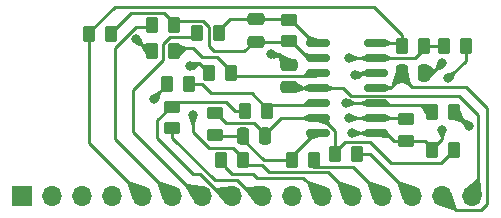
<source format=gtl>
G04 #@! TF.GenerationSoftware,KiCad,Pcbnew,8.0.4*
G04 #@! TF.CreationDate,2024-08-16T15:34:14+02:00*
G04 #@! TF.ProjectId,AT8,4154382e-6b69-4636-9164-5f7063625858,00*
G04 #@! TF.SameCoordinates,Original*
G04 #@! TF.FileFunction,Copper,L1,Top*
G04 #@! TF.FilePolarity,Positive*
%FSLAX46Y46*%
G04 Gerber Fmt 4.6, Leading zero omitted, Abs format (unit mm)*
G04 Created by KiCad (PCBNEW 8.0.4) date 2024-08-16 15:34:14*
%MOMM*%
%LPD*%
G01*
G04 APERTURE LIST*
G04 Aperture macros list*
%AMRoundRect*
0 Rectangle with rounded corners*
0 $1 Rounding radius*
0 $2 $3 $4 $5 $6 $7 $8 $9 X,Y pos of 4 corners*
0 Add a 4 corners polygon primitive as box body*
4,1,4,$2,$3,$4,$5,$6,$7,$8,$9,$2,$3,0*
0 Add four circle primitives for the rounded corners*
1,1,$1+$1,$2,$3*
1,1,$1+$1,$4,$5*
1,1,$1+$1,$6,$7*
1,1,$1+$1,$8,$9*
0 Add four rect primitives between the rounded corners*
20,1,$1+$1,$2,$3,$4,$5,0*
20,1,$1+$1,$4,$5,$6,$7,0*
20,1,$1+$1,$6,$7,$8,$9,0*
20,1,$1+$1,$8,$9,$2,$3,0*%
G04 Aperture macros list end*
G04 #@! TA.AperFunction,ComponentPad*
%ADD10O,1.700000X1.700000*%
G04 #@! TD*
G04 #@! TA.AperFunction,ComponentPad*
%ADD11R,1.700000X1.700000*%
G04 #@! TD*
G04 #@! TA.AperFunction,SMDPad,CuDef*
%ADD12RoundRect,0.250000X-0.450000X0.262500X-0.450000X-0.262500X0.450000X-0.262500X0.450000X0.262500X0*%
G04 #@! TD*
G04 #@! TA.AperFunction,SMDPad,CuDef*
%ADD13RoundRect,0.250000X-0.250000X-0.475000X0.250000X-0.475000X0.250000X0.475000X-0.250000X0.475000X0*%
G04 #@! TD*
G04 #@! TA.AperFunction,SMDPad,CuDef*
%ADD14RoundRect,0.250000X0.262500X0.450000X-0.262500X0.450000X-0.262500X-0.450000X0.262500X-0.450000X0*%
G04 #@! TD*
G04 #@! TA.AperFunction,SMDPad,CuDef*
%ADD15RoundRect,0.250000X-0.262500X-0.450000X0.262500X-0.450000X0.262500X0.450000X-0.262500X0.450000X0*%
G04 #@! TD*
G04 #@! TA.AperFunction,SMDPad,CuDef*
%ADD16RoundRect,0.250000X0.250000X0.475000X-0.250000X0.475000X-0.250000X-0.475000X0.250000X-0.475000X0*%
G04 #@! TD*
G04 #@! TA.AperFunction,SMDPad,CuDef*
%ADD17RoundRect,0.250000X0.450000X-0.262500X0.450000X0.262500X-0.450000X0.262500X-0.450000X-0.262500X0*%
G04 #@! TD*
G04 #@! TA.AperFunction,SMDPad,CuDef*
%ADD18RoundRect,0.150000X-0.825000X-0.150000X0.825000X-0.150000X0.825000X0.150000X-0.825000X0.150000X0*%
G04 #@! TD*
G04 #@! TA.AperFunction,SMDPad,CuDef*
%ADD19RoundRect,0.250000X0.475000X-0.250000X0.475000X0.250000X-0.475000X0.250000X-0.475000X-0.250000X0*%
G04 #@! TD*
G04 #@! TA.AperFunction,ViaPad*
%ADD20C,0.800000*%
G04 #@! TD*
G04 #@! TA.AperFunction,Conductor*
%ADD21C,0.254000*%
G04 #@! TD*
G04 APERTURE END LIST*
D10*
X54330000Y-29972000D03*
X51790000Y-29972000D03*
X49250000Y-29972000D03*
X46710000Y-29972000D03*
X44170000Y-29972000D03*
X41630000Y-29972000D03*
X39090000Y-29972000D03*
X36550000Y-29972000D03*
X34010000Y-29972000D03*
X31470000Y-29972000D03*
X28930000Y-29972000D03*
X26390000Y-29972000D03*
X23850000Y-29972000D03*
X21310000Y-29972000D03*
X18770000Y-29972000D03*
D11*
X16230000Y-29972000D03*
D12*
X48742000Y-23471500D03*
X48742000Y-25296500D03*
D13*
X48403500Y-19558000D03*
X50303500Y-19558000D03*
D14*
X50266000Y-17272000D03*
X48441000Y-17272000D03*
X53822000Y-17272000D03*
X51997000Y-17272000D03*
D15*
X21921500Y-16256000D03*
X23746500Y-16256000D03*
D16*
X36841500Y-24892000D03*
X34941500Y-24892000D03*
D15*
X27255500Y-15494000D03*
X29080500Y-15494000D03*
D17*
X38862000Y-16848500D03*
X38862000Y-15023500D03*
D18*
X41290500Y-17018000D03*
X41290500Y-18288000D03*
X41290500Y-19558000D03*
X41290500Y-20828000D03*
X41290500Y-22098000D03*
X41290500Y-23368000D03*
X41290500Y-24638000D03*
X46240500Y-24638000D03*
X46240500Y-23368000D03*
X46240500Y-22098000D03*
X46240500Y-20828000D03*
X46240500Y-19558000D03*
X46240500Y-18288000D03*
X46240500Y-17018000D03*
D15*
X28551500Y-20508000D03*
X30376500Y-20508000D03*
D14*
X36954500Y-22733000D03*
X35129500Y-22733000D03*
X52806000Y-22860000D03*
X50981000Y-22860000D03*
X32890500Y-16190000D03*
X31065500Y-16190000D03*
D15*
X27281500Y-17714000D03*
X29106500Y-17714000D03*
X39090000Y-26924000D03*
X40915000Y-26924000D03*
X33097500Y-26924000D03*
X34922500Y-26924000D03*
X50981000Y-26096000D03*
X52806000Y-26096000D03*
D12*
X32613000Y-22963500D03*
X32613000Y-24788500D03*
D19*
X36042000Y-16886000D03*
X36042000Y-14986000D03*
D14*
X44574500Y-26416000D03*
X42749500Y-26416000D03*
D12*
X28956000Y-22389500D03*
X28956000Y-24214500D03*
D19*
X38862000Y-20762000D03*
X38862000Y-18862000D03*
D14*
X33906500Y-19558000D03*
X32081500Y-19558000D03*
D20*
X51816000Y-18730000D03*
X37338000Y-17968000D03*
X44450000Y-19746000D03*
X27432000Y-21778000D03*
X25914067Y-16704067D03*
X54102000Y-24064000D03*
X43662000Y-22098000D03*
X51790000Y-24384000D03*
X44170000Y-24638000D03*
X52324000Y-20000000D03*
X43929000Y-18275000D03*
X43916000Y-23368000D03*
X30708000Y-23114000D03*
X30480000Y-18984000D03*
D21*
X34941500Y-24892000D02*
X32589500Y-24892000D01*
X34941500Y-25184750D02*
X36680750Y-26924000D01*
X36680750Y-26924000D02*
X38796000Y-26924000D01*
X38796000Y-26924000D02*
X41082000Y-24638000D01*
X32051000Y-15640072D02*
X31573928Y-15163000D01*
X25440250Y-14467000D02*
X23746500Y-16160750D01*
X28249000Y-14467000D02*
X25440250Y-14467000D01*
X31573928Y-15163000D02*
X29221000Y-15163000D01*
X32051000Y-17253000D02*
X32051000Y-15640072D01*
X40452000Y-18288000D02*
X39116000Y-16952000D01*
X38824500Y-16886000D02*
X36042000Y-16886000D01*
X29080500Y-15298500D02*
X28249000Y-14467000D01*
X35052000Y-17714000D02*
X32512000Y-17714000D01*
X35880000Y-16886000D02*
X35052000Y-17714000D01*
X32512000Y-17714000D02*
X32051000Y-17253000D01*
X32935500Y-23217500D02*
X33528000Y-23810000D01*
X45683000Y-25389000D02*
X43577750Y-25389000D01*
X47472000Y-27178000D02*
X45683000Y-25389000D01*
X51750000Y-27178000D02*
X47472000Y-27178000D01*
X36841500Y-24726250D02*
X38199750Y-23368000D01*
X43577750Y-25389000D02*
X42749500Y-26217250D01*
X42749500Y-24443264D02*
X41674236Y-23368000D01*
X42749500Y-26416000D02*
X42749500Y-24443264D01*
X35913750Y-23810000D02*
X36841500Y-24737750D01*
X52512000Y-26416000D02*
X51750000Y-27178000D01*
X33528000Y-23810000D02*
X35913750Y-23810000D01*
X38199750Y-23368000D02*
X41290500Y-23368000D01*
X36042000Y-14986000D02*
X33840500Y-14986000D01*
X33840500Y-14986000D02*
X32890500Y-15936000D01*
X40960000Y-17018000D02*
X39296000Y-15354000D01*
X38420000Y-14986000D02*
X36042000Y-14986000D01*
X55634000Y-22548000D02*
X53848000Y-20762000D01*
X53848000Y-20762000D02*
X49276000Y-20762000D01*
X47432000Y-20828000D02*
X48403500Y-19856500D01*
X52994000Y-31176000D02*
X55110000Y-31176000D01*
X55634000Y-30652000D02*
X55634000Y-22548000D01*
X49276000Y-20762000D02*
X48403500Y-19889500D01*
X46240500Y-20828000D02*
X47432000Y-20828000D01*
X51790000Y-29972000D02*
X52994000Y-31176000D01*
X55110000Y-31176000D02*
X55634000Y-30652000D01*
X50988000Y-19558000D02*
X50303500Y-19558000D01*
X26846500Y-17636500D02*
X27509500Y-17636500D01*
X27432000Y-21778000D02*
X27432000Y-21627500D01*
X54102000Y-24064000D02*
X54010000Y-24064000D01*
X37968000Y-17968000D02*
X37338000Y-17968000D01*
X38862000Y-18862000D02*
X37968000Y-17968000D01*
X54010000Y-24064000D02*
X52806000Y-22860000D01*
X51816000Y-18730000D02*
X50988000Y-19558000D01*
X27432000Y-21627500D02*
X28551500Y-20508000D01*
X25914067Y-16704067D02*
X26846500Y-17636500D01*
X44450000Y-19746000D02*
X44638000Y-19558000D01*
X44638000Y-19558000D02*
X46240500Y-19558000D01*
X54330000Y-29972000D02*
X54864000Y-29438000D01*
X44051000Y-21471000D02*
X43408000Y-20828000D01*
X54864000Y-29438000D02*
X54864000Y-23140000D01*
X41290500Y-20828000D02*
X39278000Y-20828000D01*
X43408000Y-20828000D02*
X41290500Y-20828000D01*
X54864000Y-23140000D02*
X53195000Y-21471000D01*
X53195000Y-21471000D02*
X44051000Y-21471000D01*
X46240500Y-22098000D02*
X43662000Y-22098000D01*
X46428500Y-22286000D02*
X46240500Y-22098000D01*
X50407000Y-22286000D02*
X46428500Y-22286000D01*
X50981000Y-22860000D02*
X50407000Y-22286000D01*
X32551914Y-28636000D02*
X28956000Y-25040086D01*
X34457020Y-28636000D02*
X32551914Y-28636000D01*
X35793020Y-29972000D02*
X34457020Y-28636000D01*
X28956000Y-25040086D02*
X28956000Y-24214500D01*
X36550000Y-29972000D02*
X35793020Y-29972000D01*
X50981000Y-25932500D02*
X50345000Y-25296500D01*
X48742000Y-25296500D02*
X47714500Y-25296500D01*
X51816000Y-25170500D02*
X51816000Y-24410000D01*
X51816000Y-24410000D02*
X51790000Y-24384000D01*
X50345000Y-25296500D02*
X48742000Y-25296500D01*
X50981000Y-26005500D02*
X51816000Y-25170500D01*
X47714500Y-25296500D02*
X47056000Y-24638000D01*
X52324000Y-20000000D02*
X53822000Y-18502000D01*
X53822000Y-18502000D02*
X53822000Y-17272000D01*
X46240500Y-24638000D02*
X44170000Y-24638000D01*
X45694000Y-26416000D02*
X44574500Y-26416000D01*
X49250000Y-29972000D02*
X45694000Y-26416000D01*
X28930000Y-29972000D02*
X24130000Y-25172000D01*
X24130000Y-17460000D02*
X25913750Y-15676250D01*
X24130000Y-25172000D02*
X24130000Y-17460000D01*
X25913750Y-15676250D02*
X27255500Y-15676250D01*
X49473000Y-18299000D02*
X50266000Y-17506000D01*
X43942000Y-18288000D02*
X46240500Y-18288000D01*
X50266000Y-17272000D02*
X51997000Y-17272000D01*
X43929000Y-18275000D02*
X43942000Y-18288000D01*
X46251500Y-18299000D02*
X49473000Y-18299000D01*
X46240500Y-23368000D02*
X48638500Y-23368000D01*
X46240500Y-23368000D02*
X43916000Y-23368000D01*
X25654000Y-24537000D02*
X31089000Y-29972000D01*
X25654000Y-21016000D02*
X25654000Y-24537000D01*
X28194000Y-17091072D02*
X28194000Y-18476000D01*
X30734500Y-16521000D02*
X28764072Y-16521000D01*
X28194000Y-18476000D02*
X25654000Y-21016000D01*
X28764072Y-16521000D02*
X28194000Y-17091072D01*
X34041750Y-28128000D02*
X35814000Y-28128000D01*
X36091000Y-28405000D02*
X40063000Y-28405000D01*
X40063000Y-28405000D02*
X41630000Y-29972000D01*
X33387072Y-27473322D02*
X34041750Y-28128000D01*
X35814000Y-28128000D02*
X36091000Y-28405000D01*
X31290530Y-28128000D02*
X30734000Y-28128000D01*
X30734000Y-28128000D02*
X27686000Y-25080000D01*
X34229000Y-22733000D02*
X33528000Y-22032000D01*
X27686000Y-25080000D02*
X27686000Y-23556000D01*
X33134530Y-29972000D02*
X31290530Y-28128000D01*
X27686000Y-23556000D02*
X28598500Y-22643500D01*
X35129500Y-22733000D02*
X34229000Y-22733000D01*
X33528000Y-22032000D02*
X29106500Y-22032000D01*
X33471448Y-29972000D02*
X33134530Y-29972000D01*
X46028000Y-13958000D02*
X24076000Y-13958000D01*
X48441000Y-16971000D02*
X48441000Y-16371000D01*
X21921500Y-25503500D02*
X26390000Y-29972000D01*
X46028000Y-13958000D02*
X48441000Y-16371000D01*
X48187000Y-17018000D02*
X46240500Y-17018000D01*
X24076000Y-13958000D02*
X22175500Y-15858500D01*
X21921500Y-15858500D02*
X21921500Y-25503500D01*
X41036500Y-19812000D02*
X34160500Y-19812000D01*
X32766000Y-18222000D02*
X33906500Y-19362500D01*
X31496000Y-18222000D02*
X32766000Y-18222000D01*
X41290500Y-19558000D02*
X41036500Y-19812000D01*
X29400500Y-17460000D02*
X30734000Y-17460000D01*
X30734000Y-17460000D02*
X31496000Y-18222000D01*
X32258000Y-21270000D02*
X35669875Y-21270000D01*
X37401500Y-22286000D02*
X36954500Y-22733000D01*
X31496000Y-20508000D02*
X32258000Y-21270000D01*
X41102500Y-22286000D02*
X37401500Y-22286000D01*
X30376500Y-20508000D02*
X31496000Y-20508000D01*
X41290500Y-22098000D02*
X41102500Y-22286000D01*
X35669875Y-21270000D02*
X36844625Y-22444750D01*
X40894000Y-27497000D02*
X44235000Y-27497000D01*
X44235000Y-27497000D02*
X46710000Y-29972000D01*
X31253500Y-18730000D02*
X32081500Y-19558000D01*
X30708000Y-23114000D02*
X30708000Y-24546000D01*
X34091000Y-25897000D02*
X34922500Y-26728500D01*
X32059000Y-25897000D02*
X34091000Y-25897000D01*
X35376500Y-27378000D02*
X34922500Y-26924000D01*
X37161000Y-27951000D02*
X36588000Y-27378000D01*
X30480000Y-18984000D02*
X30734000Y-18730000D01*
X44170000Y-29972000D02*
X42149000Y-27951000D01*
X42149000Y-27951000D02*
X37161000Y-27951000D01*
X30708000Y-24546000D02*
X32059000Y-25897000D01*
X30734000Y-18730000D02*
X31253500Y-18730000D01*
X36588000Y-27378000D02*
X35376500Y-27378000D01*
G04 #@! TA.AperFunction,Conductor*
G36*
X41289064Y-24641512D02*
G01*
X41294674Y-24648295D01*
X41382768Y-24927788D01*
X41381987Y-24936708D01*
X41376100Y-24942109D01*
X40666899Y-25236929D01*
X40657944Y-25236940D01*
X40654135Y-25234398D01*
X40481264Y-25061527D01*
X40479256Y-25058838D01*
X40402911Y-24918282D01*
X40401973Y-24909377D01*
X40407608Y-24902417D01*
X40409828Y-24901492D01*
X41280157Y-24640605D01*
X41289064Y-24641512D01*
G37*
G04 #@! TD.AperFunction*
G04 #@! TA.AperFunction,Conductor*
G36*
X40198819Y-17850252D02*
G01*
X41320224Y-17986568D01*
X41328023Y-17990969D01*
X41330427Y-17999595D01*
X41330406Y-17999756D01*
X41292544Y-18278846D01*
X41288036Y-18286583D01*
X41281259Y-18288969D01*
X40320330Y-18314332D01*
X40311986Y-18311140D01*
X40288521Y-18288969D01*
X40022313Y-18037436D01*
X40018654Y-18029265D01*
X40021845Y-18020898D01*
X40022043Y-18020694D01*
X40189142Y-17853594D01*
X40197414Y-17850168D01*
X40198819Y-17850252D01*
G37*
G04 #@! TD.AperFunction*
G04 #@! TA.AperFunction,Conductor*
G36*
X42246118Y-23571689D02*
G01*
X42253493Y-23576770D01*
X42255315Y-23581966D01*
X42275617Y-23784812D01*
X42273031Y-23793385D01*
X42272248Y-23794250D01*
X42101718Y-23964780D01*
X42093445Y-23968207D01*
X42089668Y-23967581D01*
X41221581Y-23671509D01*
X41214857Y-23665595D01*
X41214037Y-23657480D01*
X41286967Y-23378115D01*
X41292372Y-23370978D01*
X41300732Y-23369631D01*
X42246118Y-23571689D01*
G37*
G04 #@! TD.AperFunction*
G04 #@! TA.AperFunction,Conductor*
G36*
X40926717Y-23248836D02*
G01*
X41257453Y-23356878D01*
X41264253Y-23362705D01*
X41264942Y-23371633D01*
X41259115Y-23378433D01*
X41257453Y-23379122D01*
X40412194Y-23655243D01*
X40404108Y-23654940D01*
X40022747Y-23497982D01*
X40016401Y-23491665D01*
X40015500Y-23487163D01*
X40015500Y-23248836D01*
X40018927Y-23240563D01*
X40022745Y-23238017D01*
X40404110Y-23081058D01*
X40412192Y-23080756D01*
X40926717Y-23248836D01*
G37*
G04 #@! TD.AperFunction*
G04 #@! TA.AperFunction,Conductor*
G36*
X40544659Y-16418588D02*
G01*
X40552229Y-16421321D01*
X41363915Y-16714324D01*
X41370533Y-16720356D01*
X41371221Y-16728438D01*
X41294211Y-17007808D01*
X41288709Y-17014873D01*
X41280212Y-17016078D01*
X40349695Y-16793640D01*
X40342445Y-16788384D01*
X40340766Y-16781175D01*
X40345685Y-16728438D01*
X40357674Y-16599872D01*
X40361049Y-16592687D01*
X40532416Y-16421320D01*
X40540688Y-16417894D01*
X40544659Y-16418588D01*
G37*
G04 #@! TD.AperFunction*
G04 #@! TA.AperFunction,Conductor*
G36*
X47914808Y-19402105D02*
G01*
X48397134Y-19555050D01*
X48403983Y-19560817D01*
X48405192Y-19564649D01*
X48500335Y-20274969D01*
X48498037Y-20283624D01*
X48494273Y-20286831D01*
X47764692Y-20678460D01*
X47755781Y-20679353D01*
X47750885Y-20676424D01*
X47582344Y-20507883D01*
X47578917Y-20499610D01*
X47579394Y-20496305D01*
X47900120Y-19409966D01*
X47905749Y-19403003D01*
X47914654Y-19402059D01*
X47914808Y-19402105D01*
G37*
G04 #@! TD.AperFunction*
G04 #@! TA.AperFunction,Conductor*
G36*
X48900899Y-19408084D02*
G01*
X48906602Y-19414989D01*
X48906696Y-19415314D01*
X49207982Y-20509620D01*
X49206874Y-20518506D01*
X49204975Y-20520999D01*
X49036448Y-20689526D01*
X49028175Y-20692953D01*
X49022457Y-20691460D01*
X48300410Y-20286953D01*
X48294867Y-20279920D01*
X48294559Y-20275001D01*
X48401695Y-19564571D01*
X48406316Y-19556905D01*
X48409827Y-19555135D01*
X48891987Y-19407234D01*
X48900899Y-19408084D01*
G37*
G04 #@! TD.AperFunction*
G04 #@! TA.AperFunction,Conductor*
G36*
X47127211Y-20541580D02*
G01*
X47399552Y-20678307D01*
X47402576Y-20680490D01*
X47569834Y-20847748D01*
X47573261Y-20856021D01*
X47569834Y-20864294D01*
X47567205Y-20866270D01*
X47174939Y-21082299D01*
X47166194Y-21083332D01*
X46277271Y-20839008D01*
X46270202Y-20833511D01*
X46269090Y-20824625D01*
X46274587Y-20817556D01*
X46276728Y-20816607D01*
X47118323Y-20540918D01*
X47127211Y-20541580D01*
G37*
G04 #@! TD.AperFunction*
G04 #@! TA.AperFunction,Conductor*
G36*
X52572851Y-29651436D02*
G01*
X52579176Y-29657775D01*
X52579397Y-29658352D01*
X53079434Y-31077328D01*
X53078952Y-31086270D01*
X53076672Y-31089490D01*
X52907490Y-31258672D01*
X52899217Y-31262099D01*
X52895328Y-31261434D01*
X51476352Y-30761397D01*
X51469688Y-30755415D01*
X51469206Y-30746473D01*
X51469427Y-30745896D01*
X51787438Y-29975783D01*
X51793759Y-29969448D01*
X52563896Y-29651427D01*
X52572851Y-29651436D01*
G37*
G04 #@! TD.AperFunction*
G04 #@! TA.AperFunction,Conductor*
G36*
X50757736Y-18941422D02*
G01*
X50758430Y-18941958D01*
X51120887Y-19244770D01*
X51121659Y-19245476D01*
X51292845Y-19416662D01*
X51296272Y-19424935D01*
X51293070Y-19432977D01*
X50810818Y-19942556D01*
X50802642Y-19946210D01*
X50795112Y-19943730D01*
X50311613Y-19565605D01*
X50307208Y-19557809D01*
X50309297Y-19549593D01*
X50741417Y-18944147D01*
X50749011Y-18939405D01*
X50757736Y-18941422D01*
G37*
G04 #@! TD.AperFunction*
G04 #@! TA.AperFunction,Conductor*
G36*
X37501232Y-17604481D02*
G01*
X37502613Y-17605167D01*
X37732591Y-17739067D01*
X38164882Y-17990762D01*
X38170307Y-17997886D01*
X38169106Y-18006760D01*
X38167268Y-18009146D01*
X38000432Y-18175982D01*
X37995669Y-18178870D01*
X37501282Y-18334341D01*
X37492362Y-18333554D01*
X37486968Y-18327669D01*
X37339159Y-17971788D01*
X37339151Y-17962836D01*
X37485933Y-17610775D01*
X37492278Y-17604460D01*
X37501232Y-17604481D01*
G37*
G04 #@! TD.AperFunction*
G04 #@! TA.AperFunction,Conductor*
G36*
X38109778Y-17926146D02*
G01*
X39058826Y-18357329D01*
X39064940Y-18363871D01*
X39064803Y-18372440D01*
X38865775Y-18855263D01*
X38859454Y-18861606D01*
X38854658Y-18862500D01*
X38145564Y-18844325D01*
X38137382Y-18840687D01*
X38134623Y-18835875D01*
X37924709Y-18109032D01*
X37925706Y-18100133D01*
X37927673Y-18097517D01*
X38096666Y-17928524D01*
X38104938Y-17925098D01*
X38109778Y-17926146D01*
G37*
G04 #@! TD.AperFunction*
G04 #@! TA.AperFunction,Conductor*
G36*
X53316955Y-22652059D02*
G01*
X53323139Y-22658081D01*
X53757032Y-23627365D01*
X53757284Y-23636316D01*
X53754626Y-23640418D01*
X53585754Y-23809290D01*
X53577481Y-23812717D01*
X53573934Y-23812166D01*
X52789666Y-23562688D01*
X52782821Y-23556915D01*
X52781520Y-23551139D01*
X52805034Y-22866829D01*
X52808742Y-22858682D01*
X52812263Y-22856419D01*
X53308001Y-22652044D01*
X53316955Y-22652059D01*
G37*
G04 #@! TD.AperFunction*
G04 #@! TA.AperFunction,Conductor*
G36*
X53596186Y-23466060D02*
G01*
X54129731Y-23651001D01*
X54243372Y-23690392D01*
X54250066Y-23696340D01*
X54250595Y-23705279D01*
X54250360Y-23705899D01*
X54104563Y-24060195D01*
X54098245Y-24066542D01*
X54098195Y-24066563D01*
X53742021Y-24213133D01*
X53733067Y-24213112D01*
X53727372Y-24208049D01*
X53624357Y-24024923D01*
X53414011Y-23650999D01*
X53412942Y-23642111D01*
X53415934Y-23636994D01*
X53584086Y-23468842D01*
X53592358Y-23465416D01*
X53596186Y-23466060D01*
G37*
G04 #@! TD.AperFunction*
G04 #@! TA.AperFunction,Conductor*
G36*
X51456880Y-18581219D02*
G01*
X51812195Y-18727436D01*
X51818542Y-18733754D01*
X51818563Y-18733804D01*
X51964779Y-19089118D01*
X51964758Y-19098072D01*
X51958801Y-19104221D01*
X51347498Y-19382132D01*
X51338549Y-19382436D01*
X51334383Y-19379754D01*
X51166245Y-19211616D01*
X51162818Y-19203343D01*
X51163866Y-19198505D01*
X51441779Y-18587197D01*
X51448322Y-18581085D01*
X51456880Y-18581219D01*
G37*
G04 #@! TD.AperFunction*
G04 #@! TA.AperFunction,Conductor*
G36*
X27824331Y-21068896D02*
G01*
X27992411Y-21236976D01*
X27995838Y-21245249D01*
X27995393Y-21248445D01*
X27805133Y-21918459D01*
X27799577Y-21925481D01*
X27790682Y-21926518D01*
X27789426Y-21926083D01*
X27435804Y-21780563D01*
X27429457Y-21774245D01*
X27429436Y-21774195D01*
X27282639Y-21417468D01*
X27282660Y-21408514D01*
X27287132Y-21403174D01*
X27809736Y-21067325D01*
X27818545Y-21065736D01*
X27824331Y-21068896D01*
G37*
G04 #@! TD.AperFunction*
G04 #@! TA.AperFunction,Conductor*
G36*
X27018166Y-17017628D02*
G01*
X27022420Y-17023106D01*
X27278695Y-17705358D01*
X27278396Y-17714308D01*
X27273525Y-17719643D01*
X26778735Y-18000999D01*
X26769850Y-18002109D01*
X26763044Y-17997050D01*
X26321766Y-17294310D01*
X26320268Y-17285481D01*
X26323399Y-17279817D01*
X26493809Y-17109407D01*
X26500032Y-17106162D01*
X27009423Y-17015700D01*
X27018166Y-17017628D01*
G37*
G04 #@! TD.AperFunction*
G04 #@! TA.AperFunction,Conductor*
G36*
X26282139Y-16555308D02*
G01*
X26288288Y-16561265D01*
X26566199Y-17172568D01*
X26566503Y-17181517D01*
X26563821Y-17185683D01*
X26395683Y-17353821D01*
X26387410Y-17357248D01*
X26382568Y-17356199D01*
X25771265Y-17078288D01*
X25765152Y-17071744D01*
X25765286Y-17063186D01*
X25911504Y-16707869D01*
X25917820Y-16701524D01*
X26273186Y-16555287D01*
X26282139Y-16555308D01*
G37*
G04 #@! TD.AperFunction*
G04 #@! TA.AperFunction,Conductor*
G36*
X45876717Y-19438836D02*
G01*
X46207453Y-19546878D01*
X46214253Y-19552705D01*
X46214942Y-19561633D01*
X46209115Y-19568433D01*
X46207453Y-19569122D01*
X45362194Y-19845243D01*
X45354108Y-19844940D01*
X44972747Y-19687982D01*
X44966401Y-19681665D01*
X44965500Y-19677163D01*
X44965500Y-19438836D01*
X44968927Y-19430563D01*
X44972745Y-19428017D01*
X45354110Y-19271058D01*
X45362192Y-19270756D01*
X45876717Y-19438836D01*
G37*
G04 #@! TD.AperFunction*
G04 #@! TA.AperFunction,Conductor*
G36*
X44462977Y-19347478D02*
G01*
X45185839Y-19429818D01*
X45193671Y-19434159D01*
X45196215Y-19441443D01*
X45196215Y-19679112D01*
X45192788Y-19687385D01*
X45191487Y-19688508D01*
X44740935Y-20022837D01*
X44732249Y-20025015D01*
X44725704Y-20021729D01*
X44452453Y-19749441D01*
X44449012Y-19741174D01*
X44449012Y-19741124D01*
X44449144Y-19688508D01*
X44449967Y-19359074D01*
X44453415Y-19350810D01*
X44461696Y-19347404D01*
X44462977Y-19347478D01*
G37*
G04 #@! TD.AperFunction*
G04 #@! TA.AperFunction,Conductor*
G36*
X54988958Y-28479591D02*
G01*
X54992293Y-28486397D01*
X55178338Y-29958848D01*
X55175975Y-29967486D01*
X55168197Y-29971923D01*
X55166744Y-29972015D01*
X54334859Y-29972994D01*
X54326583Y-29969577D01*
X54002194Y-29644648D01*
X53737724Y-29379738D01*
X53734304Y-29371462D01*
X53737738Y-29363192D01*
X53738212Y-29362744D01*
X54725472Y-28486397D01*
X54733677Y-28479114D01*
X54741444Y-28476164D01*
X54980685Y-28476164D01*
X54988958Y-28479591D01*
G37*
G04 #@! TD.AperFunction*
G04 #@! TA.AperFunction,Conductor*
G36*
X40926717Y-20708836D02*
G01*
X41257453Y-20816878D01*
X41264253Y-20822705D01*
X41264942Y-20831633D01*
X41259115Y-20838433D01*
X41257453Y-20839122D01*
X40412194Y-21115243D01*
X40404108Y-21114940D01*
X40022747Y-20957982D01*
X40016401Y-20951665D01*
X40015500Y-20947163D01*
X40015500Y-20708836D01*
X40018927Y-20700563D01*
X40022745Y-20698017D01*
X40404110Y-20541058D01*
X40412192Y-20540756D01*
X40926717Y-20708836D01*
G37*
G04 #@! TD.AperFunction*
G04 #@! TA.AperFunction,Conductor*
G36*
X39457655Y-20297532D02*
G01*
X40081615Y-20697548D01*
X40086730Y-20704897D01*
X40087000Y-20707397D01*
X40087000Y-20947365D01*
X40083573Y-20955638D01*
X40080013Y-20958074D01*
X39439340Y-21240034D01*
X39430387Y-21240230D01*
X39427095Y-21238278D01*
X38871943Y-20771207D01*
X38867818Y-20763258D01*
X38870522Y-20754722D01*
X38872187Y-20753100D01*
X39444061Y-20298225D01*
X39452666Y-20295758D01*
X39457655Y-20297532D01*
G37*
G04 #@! TD.AperFunction*
G04 #@! TA.AperFunction,Conductor*
G36*
X42176890Y-20541058D02*
G01*
X42558253Y-20698017D01*
X42564599Y-20704334D01*
X42565500Y-20708836D01*
X42565500Y-20947163D01*
X42562073Y-20955436D01*
X42558253Y-20957982D01*
X42176891Y-21114940D01*
X42168805Y-21115243D01*
X41621132Y-20936334D01*
X41323545Y-20839121D01*
X41316746Y-20833295D01*
X41316057Y-20824367D01*
X41321884Y-20817567D01*
X41323544Y-20816878D01*
X42168806Y-20540756D01*
X42176890Y-20541058D01*
G37*
G04 #@! TD.AperFunction*
G04 #@! TA.AperFunction,Conductor*
G36*
X45876717Y-21978836D02*
G01*
X46207453Y-22086878D01*
X46214253Y-22092705D01*
X46214942Y-22101633D01*
X46209115Y-22108433D01*
X46207453Y-22109122D01*
X45362194Y-22385243D01*
X45354108Y-22384940D01*
X44972747Y-22227982D01*
X44966401Y-22221665D01*
X44965500Y-22217163D01*
X44965500Y-21978836D01*
X44968927Y-21970563D01*
X44972745Y-21968017D01*
X45354110Y-21811058D01*
X45362192Y-21810756D01*
X45876717Y-21978836D01*
G37*
G04 #@! TD.AperFunction*
G04 #@! TA.AperFunction,Conductor*
G36*
X43890732Y-21756815D02*
G01*
X43892456Y-21757629D01*
X43924590Y-21776181D01*
X43986427Y-21792750D01*
X43987473Y-21793086D01*
X44454407Y-21968153D01*
X44460951Y-21974266D01*
X44462000Y-21979108D01*
X44462000Y-22216891D01*
X44458573Y-22225164D01*
X44454407Y-22227846D01*
X43825637Y-22463591D01*
X43816688Y-22463287D01*
X43810731Y-22457138D01*
X43662875Y-22102499D01*
X43662855Y-22093550D01*
X43810732Y-21738859D01*
X43817078Y-21732543D01*
X43825635Y-21732408D01*
X43890732Y-21756815D01*
G37*
G04 #@! TD.AperFunction*
G04 #@! TA.AperFunction,Conductor*
G36*
X47217543Y-21941967D02*
G01*
X47217713Y-21942092D01*
X47381803Y-22064728D01*
X47424333Y-22096514D01*
X47503245Y-22155490D01*
X47507821Y-22163188D01*
X47507941Y-22164862D01*
X47507941Y-22401163D01*
X47504514Y-22409436D01*
X47496241Y-22412863D01*
X47496105Y-22412862D01*
X46229837Y-22398144D01*
X46221604Y-22394621D01*
X46218274Y-22386309D01*
X46218303Y-22385615D01*
X46238822Y-22107198D01*
X46242846Y-22099202D01*
X46248602Y-22096515D01*
X47208826Y-21939917D01*
X47217543Y-21941967D01*
G37*
G04 #@! TD.AperFunction*
G04 #@! TA.AperFunction,Conductor*
G36*
X50789278Y-22159988D02*
G01*
X50797545Y-22163425D01*
X50800579Y-22168718D01*
X50979724Y-22851331D01*
X50978509Y-22860203D01*
X50974221Y-22864454D01*
X50478182Y-23148518D01*
X50469300Y-23149656D01*
X50462503Y-23144654D01*
X49997972Y-22415877D01*
X49996138Y-22409588D01*
X49996138Y-22170714D01*
X49999565Y-22162441D01*
X50007836Y-22159014D01*
X50789278Y-22159988D01*
G37*
G04 #@! TD.AperFunction*
G04 #@! TA.AperFunction,Conductor*
G36*
X36546067Y-29125671D02*
G01*
X36549989Y-29133722D01*
X36550010Y-29134420D01*
X36550702Y-29967846D01*
X36547282Y-29976122D01*
X36547265Y-29976139D01*
X35958335Y-30563686D01*
X35950058Y-30567103D01*
X35941789Y-30563666D01*
X35940833Y-30562581D01*
X35030923Y-29391326D01*
X35028553Y-29382690D01*
X35031888Y-29375876D01*
X35201058Y-29206706D01*
X35208620Y-29203301D01*
X36537603Y-29122751D01*
X36546067Y-29125671D01*
G37*
G04 #@! TD.AperFunction*
G04 #@! TA.AperFunction,Conductor*
G36*
X52149309Y-24532802D02*
G01*
X52155627Y-24539149D01*
X52155829Y-24547526D01*
X51906121Y-25248756D01*
X51900117Y-25255400D01*
X51891174Y-25255853D01*
X51886826Y-25253104D01*
X51721498Y-25087776D01*
X51719501Y-25085107D01*
X51426679Y-24548492D01*
X51425724Y-24539589D01*
X51431345Y-24532618D01*
X51432451Y-24532087D01*
X51786211Y-24385159D01*
X51795163Y-24385151D01*
X52149309Y-24532802D01*
G37*
G04 #@! TD.AperFunction*
G04 #@! TA.AperFunction,Conductor*
G36*
X47218945Y-24631265D02*
G01*
X47350004Y-24757943D01*
X47507300Y-24909982D01*
X47510867Y-24918196D01*
X47507582Y-24926526D01*
X47507442Y-24926668D01*
X47340376Y-25093734D01*
X47332103Y-25097161D01*
X47330478Y-25097048D01*
X46207903Y-24939631D01*
X46200186Y-24935088D01*
X46197941Y-24926422D01*
X46238356Y-24647218D01*
X46242932Y-24639522D01*
X46249820Y-24637196D01*
X47210706Y-24627980D01*
X47218945Y-24631265D01*
G37*
G04 #@! TD.AperFunction*
G04 #@! TA.AperFunction,Conductor*
G36*
X52805616Y-19350245D02*
G01*
X52973754Y-19518383D01*
X52977181Y-19526656D01*
X52976132Y-19531498D01*
X52698221Y-20142801D01*
X52691677Y-20148914D01*
X52683118Y-20148779D01*
X52327804Y-20002563D01*
X52321457Y-19996245D01*
X52321436Y-19996195D01*
X52175220Y-19640881D01*
X52175241Y-19631927D01*
X52181196Y-19625779D01*
X52792503Y-19347866D01*
X52801450Y-19347563D01*
X52805616Y-19350245D01*
G37*
G04 #@! TD.AperFunction*
G04 #@! TA.AperFunction,Conductor*
G36*
X45876717Y-24518836D02*
G01*
X46207453Y-24626878D01*
X46214253Y-24632705D01*
X46214942Y-24641633D01*
X46209115Y-24648433D01*
X46207453Y-24649122D01*
X45362194Y-24925243D01*
X45354108Y-24924940D01*
X44972747Y-24767982D01*
X44966401Y-24761665D01*
X44965500Y-24757163D01*
X44965500Y-24518836D01*
X44968927Y-24510563D01*
X44972745Y-24508017D01*
X45354110Y-24351058D01*
X45362192Y-24350756D01*
X45876717Y-24518836D01*
G37*
G04 #@! TD.AperFunction*
G04 #@! TA.AperFunction,Conductor*
G36*
X44962407Y-24508153D02*
G01*
X44968951Y-24514266D01*
X44970000Y-24519108D01*
X44970000Y-24756891D01*
X44966573Y-24765164D01*
X44962407Y-24767846D01*
X44333637Y-25003591D01*
X44324688Y-25003287D01*
X44318731Y-24997138D01*
X44170875Y-24642499D01*
X44170855Y-24633550D01*
X44318732Y-24278859D01*
X44325078Y-24272543D01*
X44333635Y-24272408D01*
X44962407Y-24508153D01*
G37*
G04 #@! TD.AperFunction*
G04 #@! TA.AperFunction,Conductor*
G36*
X48144670Y-28682564D02*
G01*
X49563647Y-29182602D01*
X49570311Y-29188584D01*
X49570793Y-29197526D01*
X49570572Y-29198103D01*
X49252562Y-29968214D01*
X49246237Y-29974553D01*
X49246214Y-29974562D01*
X48476103Y-30292572D01*
X48467148Y-30292563D01*
X48460823Y-30286224D01*
X48460602Y-30285647D01*
X47960565Y-28866671D01*
X47961047Y-28857729D01*
X47963324Y-28854512D01*
X48132510Y-28685326D01*
X48140782Y-28681900D01*
X48144670Y-28682564D01*
G37*
G04 #@! TD.AperFunction*
G04 #@! TA.AperFunction,Conductor*
G36*
X27824670Y-28682564D02*
G01*
X29243647Y-29182602D01*
X29250311Y-29188584D01*
X29250793Y-29197526D01*
X29250572Y-29198103D01*
X28932562Y-29968214D01*
X28926237Y-29974553D01*
X28926214Y-29974562D01*
X28156103Y-30292572D01*
X28147148Y-30292563D01*
X28140823Y-30286224D01*
X28140602Y-30285647D01*
X27640565Y-28866671D01*
X27641047Y-28857729D01*
X27643324Y-28854512D01*
X27812510Y-28685326D01*
X27820782Y-28681900D01*
X27824670Y-28682564D01*
G37*
G04 #@! TD.AperFunction*
G04 #@! TA.AperFunction,Conductor*
G36*
X45876717Y-18168836D02*
G01*
X46207453Y-18276878D01*
X46214253Y-18282705D01*
X46214942Y-18291633D01*
X46209115Y-18298433D01*
X46207453Y-18299122D01*
X45362194Y-18575243D01*
X45354108Y-18574940D01*
X44972747Y-18417982D01*
X44966401Y-18411665D01*
X44965500Y-18407163D01*
X44965500Y-18168836D01*
X44968927Y-18160563D01*
X44972745Y-18158017D01*
X45354110Y-18001058D01*
X45362192Y-18000756D01*
X45876717Y-18168836D01*
G37*
G04 #@! TD.AperFunction*
G04 #@! TA.AperFunction,Conductor*
G36*
X44719027Y-18158070D02*
G01*
X44725454Y-18164306D01*
X44726414Y-18168946D01*
X44726414Y-18406748D01*
X44722987Y-18415021D01*
X44718640Y-18417769D01*
X44092527Y-18640827D01*
X44083584Y-18640376D01*
X44077802Y-18634308D01*
X43929875Y-18279499D01*
X43929855Y-18270550D01*
X44077649Y-17916058D01*
X44083995Y-17909742D01*
X44092758Y-17909686D01*
X44719027Y-18158070D01*
G37*
G04 #@! TD.AperFunction*
G04 #@! TA.AperFunction,Conductor*
G36*
X47126992Y-18001215D02*
G01*
X47508508Y-18168926D01*
X47514703Y-18175393D01*
X47515500Y-18179637D01*
X47515500Y-18417956D01*
X47512073Y-18426229D01*
X47507990Y-18428880D01*
X47126780Y-18575094D01*
X47118957Y-18575292D01*
X46397618Y-18339652D01*
X46273545Y-18299121D01*
X46266746Y-18293295D01*
X46266057Y-18284367D01*
X46271884Y-18277567D01*
X46273544Y-18276878D01*
X47118656Y-18000805D01*
X47126992Y-18001215D01*
G37*
G04 #@! TD.AperFunction*
G04 #@! TA.AperFunction,Conductor*
G36*
X47126890Y-23081058D02*
G01*
X47508253Y-23238017D01*
X47514599Y-23244334D01*
X47515500Y-23248836D01*
X47515500Y-23487163D01*
X47512073Y-23495436D01*
X47508253Y-23497982D01*
X47126891Y-23654940D01*
X47118805Y-23655243D01*
X46571132Y-23476334D01*
X46273545Y-23379121D01*
X46266746Y-23373295D01*
X46266057Y-23364367D01*
X46271884Y-23357567D01*
X46273544Y-23356878D01*
X47118806Y-23080756D01*
X47126890Y-23081058D01*
G37*
G04 #@! TD.AperFunction*
G04 #@! TA.AperFunction,Conductor*
G36*
X45876717Y-23248836D02*
G01*
X46207453Y-23356878D01*
X46214253Y-23362705D01*
X46214942Y-23371633D01*
X46209115Y-23378433D01*
X46207453Y-23379122D01*
X45362194Y-23655243D01*
X45354108Y-23654940D01*
X44972747Y-23497982D01*
X44966401Y-23491665D01*
X44965500Y-23487163D01*
X44965500Y-23248836D01*
X44968927Y-23240563D01*
X44972745Y-23238017D01*
X45354110Y-23081058D01*
X45362192Y-23080756D01*
X45876717Y-23248836D01*
G37*
G04 #@! TD.AperFunction*
G04 #@! TA.AperFunction,Conductor*
G36*
X44708407Y-23238153D02*
G01*
X44714951Y-23244266D01*
X44716000Y-23249108D01*
X44716000Y-23486891D01*
X44712573Y-23495164D01*
X44708407Y-23497846D01*
X44079637Y-23733591D01*
X44070688Y-23733287D01*
X44064731Y-23727138D01*
X43916875Y-23372499D01*
X43916855Y-23363550D01*
X44064732Y-23008859D01*
X44071078Y-23002543D01*
X44079635Y-23002408D01*
X44708407Y-23238153D01*
G37*
G04 #@! TD.AperFunction*
G04 #@! TA.AperFunction,Conductor*
G36*
X30211059Y-28909512D02*
G01*
X31460255Y-29120355D01*
X31467843Y-29125111D01*
X31470008Y-29131882D01*
X31470700Y-29964872D01*
X31467280Y-29973148D01*
X31463466Y-29975696D01*
X30694412Y-30293271D01*
X30685457Y-30293262D01*
X30679673Y-30288057D01*
X30029698Y-29095797D01*
X30028747Y-29086893D01*
X30031696Y-29081926D01*
X30200846Y-28912776D01*
X30209118Y-28909350D01*
X30211059Y-28909512D01*
G37*
G04 #@! TD.AperFunction*
G04 #@! TA.AperFunction,Conductor*
G36*
X40524670Y-28682564D02*
G01*
X41943647Y-29182602D01*
X41950311Y-29188584D01*
X41950793Y-29197526D01*
X41950572Y-29198103D01*
X41632562Y-29968214D01*
X41626237Y-29974553D01*
X41626214Y-29974562D01*
X40856103Y-30292572D01*
X40847148Y-30292563D01*
X40840823Y-30286224D01*
X40840602Y-30285647D01*
X40340565Y-28866671D01*
X40341047Y-28857729D01*
X40343324Y-28854512D01*
X40512510Y-28685326D01*
X40520782Y-28681900D01*
X40524670Y-28682564D01*
G37*
G04 #@! TD.AperFunction*
G04 #@! TA.AperFunction,Conductor*
G36*
X34005454Y-29126043D02*
G01*
X34009914Y-29133808D01*
X34010011Y-29135300D01*
X34010702Y-29967846D01*
X34007282Y-29976122D01*
X34007265Y-29976139D01*
X33417849Y-30564171D01*
X33409572Y-30567588D01*
X33401303Y-30564151D01*
X33400740Y-30563546D01*
X32468823Y-29487003D01*
X32465999Y-29478505D01*
X32469395Y-29471073D01*
X32638484Y-29301984D01*
X32645252Y-29298655D01*
X33996810Y-29123707D01*
X34005454Y-29126043D01*
G37*
G04 #@! TD.AperFunction*
G04 #@! TA.AperFunction,Conductor*
G36*
X25284670Y-28682564D02*
G01*
X26703647Y-29182602D01*
X26710311Y-29188584D01*
X26710793Y-29197526D01*
X26710572Y-29198103D01*
X26392562Y-29968214D01*
X26386237Y-29974553D01*
X26386214Y-29974562D01*
X25616103Y-30292572D01*
X25607148Y-30292563D01*
X25600823Y-30286224D01*
X25600602Y-30285647D01*
X25100565Y-28866671D01*
X25101047Y-28857729D01*
X25103324Y-28854512D01*
X25272510Y-28685326D01*
X25280782Y-28681900D01*
X25284670Y-28682564D01*
G37*
G04 #@! TD.AperFunction*
G04 #@! TA.AperFunction,Conductor*
G36*
X47126890Y-16731058D02*
G01*
X47508253Y-16888017D01*
X47514599Y-16894334D01*
X47515500Y-16898836D01*
X47515500Y-17137163D01*
X47512073Y-17145436D01*
X47508253Y-17147982D01*
X47126891Y-17304940D01*
X47118805Y-17305243D01*
X46571132Y-17126334D01*
X46273545Y-17029121D01*
X46266746Y-17023295D01*
X46266057Y-17014367D01*
X46271884Y-17007567D01*
X46273544Y-17006878D01*
X47118806Y-16730756D01*
X47126890Y-16731058D01*
G37*
G04 #@! TD.AperFunction*
G04 #@! TA.AperFunction,Conductor*
G36*
X40320681Y-19453248D02*
G01*
X41282075Y-19556983D01*
X41289933Y-19561277D01*
X41292460Y-19567429D01*
X41320838Y-19845914D01*
X41318267Y-19854492D01*
X41310384Y-19858740D01*
X41309946Y-19858776D01*
X40070502Y-19938202D01*
X40062027Y-19935311D01*
X40058078Y-19927274D01*
X40058054Y-19926526D01*
X40058054Y-19690201D01*
X40061481Y-19681928D01*
X40061916Y-19681515D01*
X40311614Y-19456195D01*
X40320050Y-19453197D01*
X40320681Y-19453248D01*
G37*
G04 #@! TD.AperFunction*
G04 #@! TA.AperFunction,Conductor*
G36*
X29543510Y-17083546D02*
G01*
X30124370Y-17329975D01*
X30130647Y-17336360D01*
X30131500Y-17340745D01*
X30131500Y-17582254D01*
X30128194Y-17590404D01*
X29626315Y-18107312D01*
X29618094Y-18110861D01*
X29610722Y-18108385D01*
X29114117Y-17720726D01*
X29109704Y-17712934D01*
X29111625Y-17704947D01*
X29529252Y-17087760D01*
X29536727Y-17082830D01*
X29543510Y-17083546D01*
G37*
G04 #@! TD.AperFunction*
G04 #@! TA.AperFunction,Conductor*
G36*
X40322153Y-21939914D02*
G01*
X41282394Y-22096515D01*
X41290007Y-22101227D01*
X41292178Y-22107201D01*
X41312694Y-22385585D01*
X41309885Y-22394088D01*
X41301886Y-22398113D01*
X41301162Y-22398144D01*
X40034895Y-22412862D01*
X40026583Y-22409532D01*
X40023060Y-22401299D01*
X40023059Y-22401163D01*
X40023059Y-22164862D01*
X40026486Y-22156589D01*
X40027755Y-22155490D01*
X40092367Y-22107201D01*
X40313285Y-21942091D01*
X40321963Y-21939884D01*
X40322153Y-21939914D01*
G37*
G04 #@! TD.AperFunction*
G04 #@! TA.AperFunction,Conductor*
G36*
X45604670Y-28682564D02*
G01*
X47023647Y-29182602D01*
X47030311Y-29188584D01*
X47030793Y-29197526D01*
X47030572Y-29198103D01*
X46712562Y-29968214D01*
X46706237Y-29974553D01*
X46706214Y-29974562D01*
X45936103Y-30292572D01*
X45927148Y-30292563D01*
X45920823Y-30286224D01*
X45920602Y-30285647D01*
X45420565Y-28866671D01*
X45421047Y-28857729D01*
X45423324Y-28854512D01*
X45592510Y-28685326D01*
X45600782Y-28681900D01*
X45604670Y-28682564D01*
G37*
G04 #@! TD.AperFunction*
G04 #@! TA.AperFunction,Conductor*
G36*
X31067138Y-23262731D02*
G01*
X31073456Y-23269078D01*
X31073591Y-23277637D01*
X30837847Y-23906407D01*
X30831734Y-23912951D01*
X30826892Y-23914000D01*
X30589108Y-23914000D01*
X30580835Y-23910573D01*
X30578153Y-23906407D01*
X30342408Y-23277635D01*
X30342712Y-23268688D01*
X30348859Y-23262732D01*
X30703500Y-23114875D01*
X30712449Y-23114855D01*
X31067138Y-23262731D01*
G37*
G04 #@! TD.AperFunction*
G04 #@! TA.AperFunction,Conductor*
G36*
X43064670Y-28682564D02*
G01*
X44483647Y-29182602D01*
X44490311Y-29188584D01*
X44490793Y-29197526D01*
X44490572Y-29198103D01*
X44172562Y-29968214D01*
X44166237Y-29974553D01*
X44166214Y-29974562D01*
X43396103Y-30292572D01*
X43387148Y-30292563D01*
X43380823Y-30286224D01*
X43380602Y-30285647D01*
X42880565Y-28866671D01*
X42881047Y-28857729D01*
X42883324Y-28854512D01*
X43052510Y-28685326D01*
X43060782Y-28681900D01*
X43064670Y-28682564D01*
G37*
G04 #@! TD.AperFunction*
G04 #@! TA.AperFunction,Conductor*
G36*
X30491959Y-18584323D02*
G01*
X31170733Y-18602691D01*
X31178909Y-18606341D01*
X31182115Y-18614387D01*
X31182115Y-18852074D01*
X31178688Y-18860347D01*
X31178594Y-18860441D01*
X30771100Y-19258770D01*
X30762788Y-19262102D01*
X30754662Y-19258691D01*
X30482453Y-18987441D01*
X30479012Y-18979174D01*
X30479012Y-18979124D01*
X30479318Y-18857000D01*
X30479970Y-18595990D01*
X30483418Y-18587726D01*
X30491699Y-18584320D01*
X30491959Y-18584323D01*
G37*
G04 #@! TD.AperFunction*
M02*

</source>
